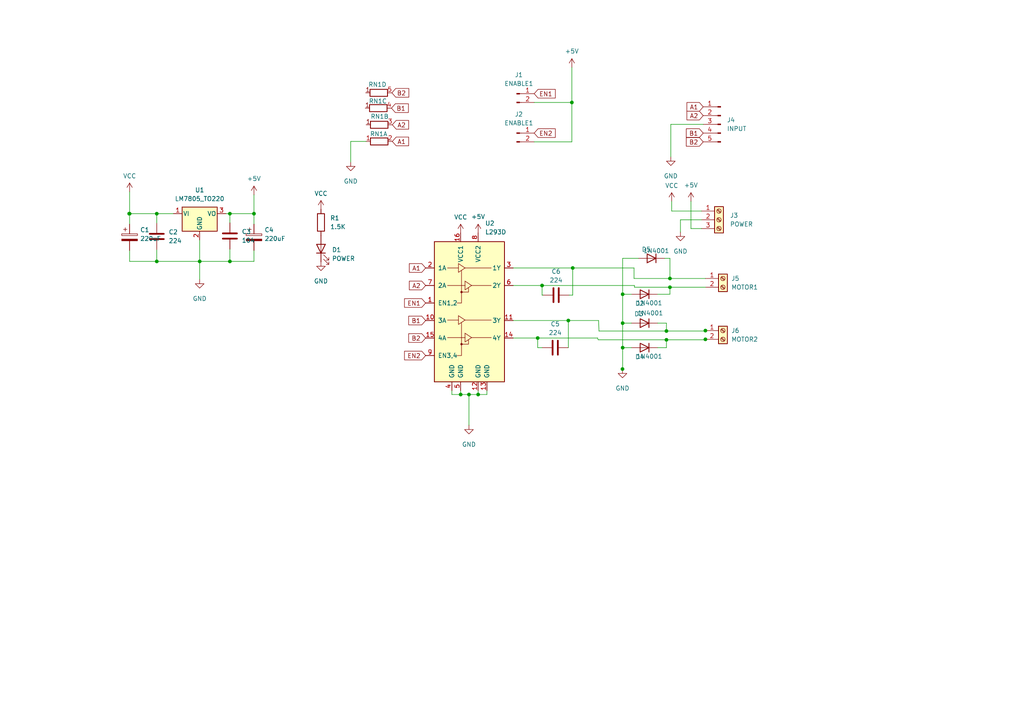
<source format=kicad_sch>
(kicad_sch (version 20211123) (generator eeschema)
  (paper "A4")
  (title_block (title "test") (date "2022-10-03") (rev "1.0"))
  (lib_symbols
    (symbol "Connector:Conn_01x02_Male" (pin_names (offset 1.016) hide)
      (property "Reference" "J" (at 0 2.54 0))
      (property "Value" "Conn_01x02_Male" (at 0 -5.08 0))
      (symbol "Conn_01x02_Male_1_1"
        (polyline (pts (xy 1.27 -2.54) (xy 0.8636 -2.54)) (stroke (width 0.1524)))
        (polyline (pts (xy 1.27 0) (xy 0.8636 0)) (stroke (width 0.1524)))
        (rectangle (start 0.8636 -2.413) (end 0 -2.667) (stroke (width 0.1524)) (fill (type outline)))
        (rectangle (start 0.8636 0.127) (end 0 -0.127) (stroke (width 0.1524)) (fill (type outline)))
        (pin passive line (at 5.08 0 180) (length 3.81) (name "Pin_1") (number "1"))
        (pin passive line (at 5.08 -2.54 180) (length 3.81) (name "Pin_2") (number "2"))
      )
    )
    (symbol "Connector:Conn_01x05_Male" (pin_names (offset 1.016) hide)
      (property "Reference" "J" (at 0 7.62 0))
      (property "Value" "Conn_01x05_Male" (at 0 -7.62 0))
      (symbol "Conn_01x05_Male_1_1"
        (polyline (pts (xy 1.27 -5.08) (xy 0.8636 -5.08)) (stroke (width 0.1524)))
        (polyline (pts (xy 1.27 -2.54) (xy 0.8636 -2.54)) (stroke (width 0.1524)))
        (polyline (pts (xy 1.27 0) (xy 0.8636 0)) (stroke (width 0.1524)))
        (polyline (pts (xy 1.27 2.54) (xy 0.8636 2.54)) (stroke (width 0.1524)))
        (polyline (pts (xy 1.27 5.08) (xy 0.8636 5.08)) (stroke (width 0.1524)))
        (rectangle (start 0.8636 -4.953) (end 0 -5.207) (stroke (width 0.1524)) (fill (type outline)))
        (rectangle (start 0.8636 -2.413) (end 0 -2.667) (stroke (width 0.1524)) (fill (type outline)))
        (rectangle (start 0.8636 0.127) (end 0 -0.127) (stroke (width 0.1524)) (fill (type outline)))
        (rectangle (start 0.8636 2.667) (end 0 2.413) (stroke (width 0.1524)) (fill (type outline)))
        (rectangle (start 0.8636 5.207) (end 0 4.953) (stroke (width 0.1524)) (fill (type outline)))
        (pin passive line (at 5.08 5.08 180) (length 3.81) (name "Pin_1") (number "1"))
        (pin passive line (at 5.08 2.54 180) (length 3.81) (name "Pin_2") (number "2"))
        (pin passive line (at 5.08 0 180) (length 3.81) (name "Pin_3") (number "3"))
        (pin passive line (at 5.08 -2.54 180) (length 3.81) (name "Pin_4") (number "4"))
        (pin passive line (at 5.08 -5.08 180) (length 3.81) (name "Pin_5") (number "5"))
      )
    )
    (symbol "Connector:Screw_Terminal_01x02" (pin_names (offset 1.016) hide)
      (property "Reference" "J" (at 0 2.54 0))
      (property "Value" "Screw_Terminal_01x02" (at 0 -5.08 0))
      (symbol "Screw_Terminal_01x02_1_1"
        (rectangle (start -1.27 1.27) (end 1.27 -3.81) (stroke (width 0.254)) (fill (type background)))
        (circle (center 0 -2.54) (radius 0.635) (stroke (width 0.1524)))
        (polyline (pts (xy -0.5334 -2.2098) (xy 0.3302 -3.048)) (stroke (width 0.1524)))
        (polyline (pts (xy -0.5334 0.3302) (xy 0.3302 -0.508)) (stroke (width 0.1524)))
        (polyline (pts (xy -0.3556 -2.032) (xy 0.508 -2.8702)) (stroke (width 0.1524)))
        (polyline (pts (xy -0.3556 0.508) (xy 0.508 -0.3302)) (stroke (width 0.1524)))
        (circle (center 0 0) (radius 0.635) (stroke (width 0.1524)))
        (pin passive line (at -5.08 0 0) (length 3.81) (name "Pin_1") (number "1"))
        (pin passive line (at -5.08 -2.54 0) (length 3.81) (name "Pin_2") (number "2"))
      )
    )
    (symbol "Connector:Screw_Terminal_01x03" (pin_names (offset 1.016) hide)
      (property "Reference" "J" (at 0 5.08 0))
      (property "Value" "Screw_Terminal_01x03" (at 0 -5.08 0))
      (symbol "Screw_Terminal_01x03_1_1"
        (rectangle (start -1.27 3.81) (end 1.27 -3.81) (stroke (width 0.254)) (fill (type background)))
        (circle (center 0 -2.54) (radius 0.635) (stroke (width 0.1524)))
        (polyline (pts (xy -0.5334 -2.2098) (xy 0.3302 -3.048)) (stroke (width 0.1524)))
        (polyline (pts (xy -0.5334 0.3302) (xy 0.3302 -0.508)) (stroke (width 0.1524)))
        (polyline (pts (xy -0.5334 2.8702) (xy 0.3302 2.032)) (stroke (width 0.1524)))
        (polyline (pts (xy -0.3556 -2.032) (xy 0.508 -2.8702)) (stroke (width 0.1524)))
        (polyline (pts (xy -0.3556 0.508) (xy 0.508 -0.3302)) (stroke (width 0.1524)))
        (polyline (pts (xy -0.3556 3.048) (xy 0.508 2.2098)) (stroke (width 0.1524)))
        (circle (center 0 0) (radius 0.635) (stroke (width 0.1524)))
        (circle (center 0 2.54) (radius 0.635) (stroke (width 0.1524)))
        (pin passive line (at -5.08 2.54 0) (length 3.81) (name "Pin_1") (number "1"))
        (pin passive line (at -5.08 0 0) (length 3.81) (name "Pin_2") (number "2"))
        (pin passive line (at -5.08 -2.54 0) (length 3.81) (name "Pin_3") (number "3"))
      )
    )
    (symbol "Device:C" (pin_numbers hide) (pin_names (offset 0.254))
      (property "Reference" "C" (at 0.635 2.54 0))
      (property "Value" "C" (at 0.635 -2.54 0))
      (symbol "C_0_1"
        (polyline (pts (xy -2.032 -0.762) (xy 2.032 -0.762)) (stroke (width 0.508)))
        (polyline (pts (xy -2.032 0.762) (xy 2.032 0.762)) (stroke (width 0.508)))
      )
      (symbol "C_1_1"
        (pin passive line (at 0 3.81 270) (length 2.794) (name "~") (number "1"))
        (pin passive line (at 0 -3.81 90) (length 2.794) (name "~") (number "2"))
      )
    )
    (symbol "Device:C_Polarized" (pin_numbers hide) (pin_names (offset 0.254))
      (property "Reference" "C" (at 0.635 2.54 0))
      (property "Value" "C_Polarized" (at 0.635 -2.54 0))
      (symbol "C_Polarized_0_1"
        (rectangle (start -2.286 0.508) (end 2.286 1.016))
        (polyline (pts (xy -1.778 2.286) (xy -0.762 2.286)))
        (polyline (pts (xy -1.27 2.794) (xy -1.27 1.778)))
        (rectangle (start 2.286 -0.508) (end -2.286 -1.016) (fill (type outline)))
      )
      (symbol "C_Polarized_1_1"
        (pin passive line (at 0 3.81 270) (length 2.794) (name "~") (number "1"))
        (pin passive line (at 0 -3.81 90) (length 2.794) (name "~") (number "2"))
      )
    )
    (symbol "Device:D" (pin_numbers hide) (pin_names (offset 1.016) hide)
      (property "Reference" "D" (at 0 2.54 0))
      (property "Value" "D" (at 0 -2.54 0))
      (symbol "D_0_1"
        (polyline (pts (xy -1.27 1.27) (xy -1.27 -1.27)) (stroke (width 0.254)))
        (polyline (pts (xy 1.27 0) (xy -1.27 0)))
        (polyline (pts (xy 1.27 1.27) (xy 1.27 -1.27) (xy -1.27 0) (xy 1.27 1.27)) (stroke (width 0.254)))
      )
      (symbol "D_1_1"
        (pin passive line (at -3.81 0 0) (length 2.54) (name "K") (number "1"))
        (pin passive line (at 3.81 0 180) (length 2.54) (name "A") (number "2"))
      )
    )
    (symbol "Device:LED" (pin_numbers hide) (pin_names (offset 1.016) hide)
      (property "Reference" "D" (at 0 2.54 0))
      (property "Value" "LED" (at 0 -2.54 0))
      (symbol "LED_0_1"
        (polyline (pts (xy -1.27 -1.27) (xy -1.27 1.27)) (stroke (width 0.254)))
        (polyline (pts (xy -1.27 0) (xy 1.27 0)))
        (polyline (pts (xy 1.27 -1.27) (xy 1.27 1.27) (xy -1.27 0) (xy 1.27 -1.27)) (stroke (width 0.254)))
        (polyline (pts (xy -3.048 -0.762) (xy -4.572 -2.286) (xy -3.81 -2.286) (xy -4.572 -2.286) (xy -4.572 -1.524)))
        (polyline (pts (xy -1.778 -0.762) (xy -3.302 -2.286) (xy -2.54 -2.286) (xy -3.302 -2.286) (xy -3.302 -1.524)))
      )
      (symbol "LED_1_1"
        (pin passive line (at -3.81 0 0) (length 2.54) (name "K") (number "1"))
        (pin passive line (at 3.81 0 180) (length 2.54) (name "A") (number "2"))
      )
    )
    (symbol "Device:R" (pin_numbers hide) (pin_names (offset 0))
      (property "Reference" "R" (at 2.032 0 90))
      (property "Value" "R" (at 0 0 90))
      (symbol "R_0_1"
        (rectangle (start -1.016 -2.54) (end 1.016 2.54) (stroke (width 0.254)))
      )
      (symbol "R_1_1"
        (pin passive line (at 0 3.81 270) (length 1.27) (name "~") (number "1"))
        (pin passive line (at 0 -3.81 90) (length 1.27) (name "~") (number "2"))
      )
    )
    (symbol "Device:R_Network04_Split" (pin_names (offset 0) hide)
      (property "Reference" "RN" (at 2.032 0 90))
      (property "Value" "R_Network04_Split" (at 0 0 90))
      (symbol "R_Network04_Split_0_1"
        (rectangle (start 1.016 2.54) (end -1.016 -2.54) (stroke (width 0.254)))
      )
      (symbol "R_Network04_Split_1_1"
        (pin passive line (at 0 3.81 270) (length 1.27) (name "R1.1") (number "1"))
        (pin passive line (at 0 -3.81 90) (length 1.27) (name "R1.2") (number "2"))
      )
      (symbol "R_Network04_Split_2_1"
        (polyline (pts (xy 0 2.54) (xy 0 3.81)))
        (text "1" (at 0.889 3.175 900) (effects (font (size 1.27 1.27))))
        (pin passive line (at 0 -3.81 90) (length 1.27) (name "R2.2") (number "3"))
      )
      (symbol "R_Network04_Split_3_1"
        (polyline (pts (xy 0 2.54) (xy 0 3.81)))
        (text "1" (at 0.889 3.175 900) (effects (font (size 1.27 1.27))))
        (pin passive line (at 0 -3.81 90) (length 1.27) (name "R3.2") (number "4"))
      )
      (symbol "R_Network04_Split_4_1"
        (polyline (pts (xy 0 2.54) (xy 0 3.81)))
        (text "1" (at 0.889 3.175 900) (effects (font (size 1.27 1.27))))
        (pin passive line (at 0 -3.81 90) (length 1.27) (name "R4.2") (number "5"))
      )
    )
    (symbol "Driver_Motor:L293D" (pin_names (offset 1.016))
      (property "Reference" "U" (at -5.08 26.035 0))
      (property "Value" "L293D" (at -5.08 24.13 0))
      (symbol "L293D_0_1"
        (rectangle (start -10.16 22.86) (end 10.16 -17.78) (stroke (width 0.254)) (fill (type background)))
        (circle (center -2.286 -6.858) (radius 0.254) (fill (type outline)))
        (circle (center -2.286 8.255) (radius 0.254) (fill (type outline)))
        (polyline (pts (xy -6.35 -4.953) (xy -1.27 -4.953)))
        (polyline (pts (xy -6.35 0.127) (xy -3.175 0.127)))
        (polyline (pts (xy -6.35 10.16) (xy -1.27 10.16)))
        (polyline (pts (xy -6.35 15.24) (xy -3.175 15.24)))
        (polyline (pts (xy -1.27 0.127) (xy 6.35 0.127)))
        (polyline (pts (xy -1.27 15.24) (xy 6.35 15.24)))
        (polyline (pts (xy 0.635 -4.953) (xy 6.35 -4.953)))
        (polyline (pts (xy 0.635 10.16) (xy 6.35 10.16)))
        (polyline (pts (xy -2.286 -6.858) (xy -0.254 -6.858) (xy -0.254 -5.588)))
        (polyline (pts (xy -2.286 -0.635) (xy -2.286 -10.16) (xy -3.556 -10.16)))
        (polyline (pts (xy -2.286 8.255) (xy -0.254 8.255) (xy -0.254 9.525)))
        (polyline (pts (xy -2.286 14.478) (xy -2.286 5.08) (xy -3.556 5.08)))
        (polyline (pts (xy -3.175 1.397) (xy -3.175 -1.143) (xy -1.27 0.127) (xy -3.175 1.397)))
        (polyline (pts (xy -3.175 16.51) (xy -3.175 13.97) (xy -1.27 15.24) (xy -3.175 16.51)))
        (polyline (pts (xy -1.27 -3.683) (xy -1.27 -6.223) (xy 0.635 -4.953) (xy -1.27 -3.683)))
        (polyline (pts (xy -1.27 11.43) (xy -1.27 8.89) (xy 0.635 10.16) (xy -1.27 11.43)))
      )
      (symbol "L293D_1_1"
        (pin input line (at -12.7 5.08 0) (length 2.54) (name "EN1,2") (number "1"))
        (pin input line (at -12.7 0 0) (length 2.54) (name "3A") (number "10"))
        (pin output line (at 12.7 0 180) (length 2.54) (name "3Y") (number "11"))
        (pin power_in line (at 2.54 -20.32 90) (length 2.54) (name "GND") (number "12"))
        (pin power_in line (at 5.08 -20.32 90) (length 2.54) (name "GND") (number "13"))
        (pin output line (at 12.7 -5.08 180) (length 2.54) (name "4Y") (number "14"))
        (pin input line (at -12.7 -5.08 0) (length 2.54) (name "4A") (number "15"))
        (pin power_in line (at -2.54 25.4 270) (length 2.54) (name "VCC1") (number "16"))
        (pin input line (at -12.7 15.24 0) (length 2.54) (name "1A") (number "2"))
        (pin output line (at 12.7 15.24 180) (length 2.54) (name "1Y") (number "3"))
        (pin power_in line (at -5.08 -20.32 90) (length 2.54) (name "GND") (number "4"))
        (pin power_in line (at -2.54 -20.32 90) (length 2.54) (name "GND") (number "5"))
        (pin output line (at 12.7 10.16 180) (length 2.54) (name "2Y") (number "6"))
        (pin input line (at -12.7 10.16 0) (length 2.54) (name "2A") (number "7"))
        (pin power_in line (at 2.54 25.4 270) (length 2.54) (name "VCC2") (number "8"))
        (pin input line (at -12.7 -10.16 0) (length 2.54) (name "EN3,4") (number "9"))
      )
    )
    (symbol "Regulator_Linear:LM7805_TO220" (pin_names (offset 0.254))
      (property "Reference" "U" (at -3.81 3.175 0))
      (property "Value" "LM7805_TO220" (at 0 3.175 0))
      (symbol "LM7805_TO220_0_1"
        (rectangle (start -5.08 1.905) (end 5.08 -5.08) (stroke (width 0.254)) (fill (type background)))
      )
      (symbol "LM7805_TO220_1_1"
        (pin power_in line (at -7.62 0 0) (length 2.54) (name "VI") (number "1"))
        (pin power_in line (at 0 -7.62 90) (length 2.54) (name "GND") (number "2"))
        (pin power_out line (at 7.62 0 180) (length 2.54) (name "VO") (number "3"))
      )
    )
    (symbol "power:+5V" (power) (pin_names (offset 0))
      (property "Value" "+5V" (at 0 3.556 0))
      (symbol "+5V_0_1"
        (polyline (pts (xy -0.762 1.27) (xy 0 2.54)))
        (polyline (pts (xy 0 0) (xy 0 2.54)))
        (polyline (pts (xy 0 2.54) (xy 0.762 1.27)))
      )
      (symbol "+5V_1_1"
        (pin power_in line (at 0 0 90) (length 0) hide (name "+5V") (number "1"))
      )
    )
    (symbol "power:GND" (power) (pin_names (offset 0))
      (property "Value" "GND" (at 0 -3.81 0))
      (symbol "GND_0_1"
        (polyline (pts (xy 0 0) (xy 0 -1.27) (xy 1.27 -1.27) (xy 0 -2.54) (xy -1.27 -1.27) (xy 0 -1.27)))
      )
      (symbol "GND_1_1"
        (pin power_in line (at 0 0 270) (length 0) hide (name "GND") (number "1"))
      )
    )
    (symbol "power:VCC" (power) (pin_names (offset 0))
      (property "Value" "VCC" (at 0 3.81 0))
      (symbol "VCC_0_1"
        (polyline (pts (xy -0.762 1.27) (xy 0 2.54)))
        (polyline (pts (xy 0 0) (xy 0 2.54)))
        (polyline (pts (xy 0 2.54) (xy 0.762 1.27)))
      )
      (symbol "VCC_1_1"
        (pin power_in line (at 0 0 90) (length 0) hide (name "VCC") (number "1"))
      )
    )
  )
  (junction (at 180.594 85.344))
  (junction (at 204.597 95.885))
  (junction (at 45.466 75.819))
  (junction (at 165.862 29.718))
  (junction (at 193.294 98.552))
  (junction (at 193.294 96.012))
  (junction (at 155.956 98.044))
  (junction (at 180.5432 107.0356))
  (junction (at 66.675 61.976))
  (junction (at 45.466 61.976))
  (junction (at 136.017 114.427))
  (junction (at 194.31 83.312))
  (junction (at 37.592 61.976))
  (junction (at 180.594 100.838))
  (junction (at 204.597 98.425))
  (junction (at 180.594 93.726))
  (junction (at 166.116 77.724))
  (junction (at 66.675 75.819))
  (junction (at 194.31 80.772))
  (junction (at 133.604 114.427))
  (junction (at 37.465 61.976))
  (junction (at 138.684 114.427))
  (junction (at 164.846 92.964))
  (junction (at 73.66 61.976))
  (junction (at 157.226 82.804))
  (junction (at 57.912 75.819))
  (wire (pts (xy 45.466 61.976) (xy 37.592 61.976)))
  (wire (pts (xy 165.1 85.598) (xy 166.116 85.598)))
  (wire (pts (xy 57.912 75.819) (xy 66.675 75.819)))
  (wire (pts (xy 50.292 61.976) (xy 45.466 61.976)))
  (wire (pts (xy 180.594 85.344) (xy 180.594 93.726)))
  (wire (pts (xy 66.675 61.976) (xy 73.66 61.976)))
  (wire (pts (xy 164.846 92.964) (xy 164.846 100.838)))
  (wire (pts (xy 136.017 114.427) (xy 138.684 114.427)))
  (wire (pts (xy 131.064 113.284) (xy 131.064 114.427)))
  (wire (pts (xy 180.594 74.93) (xy 180.594 85.344)))
  (wire (pts (xy 165.862 19.558) (xy 165.862 29.718)))
  (wire (pts (xy 200.406 66.294) (xy 203.454 66.294)))
  (wire (pts (xy 37.592 61.976) (xy 37.592 65.024)))
  (wire (pts (xy 101.727 41.021) (xy 106.172 41.021)))
  (wire (pts (xy 184.023 83.312) (xy 194.31 83.312)))
  (wire (pts (xy 204.597 80.772) (xy 194.31 80.772)))
  (wire (pts (xy 192.786 74.93) (xy 194.31 74.93)))
  (wire (pts (xy 194.564 45.466) (xy 194.564 36.068)))
  (wire (pts (xy 57.912 75.819) (xy 57.912 81.026)))
  (wire (pts (xy 183.896 77.724) (xy 166.116 77.724)))
  (wire (pts (xy 164.846 92.964) (xy 148.844 92.964)))
  (wire (pts (xy 193.294 96.012) (xy 173.736 96.012)))
  (wire (pts (xy 73.66 56.515) (xy 73.66 61.976)))
  (wire (pts (xy 136.017 114.427) (xy 136.017 123.317)))
  (wire (pts (xy 190.754 100.838) (xy 193.294 100.838)))
  (wire (pts (xy 66.675 72.263) (xy 66.675 75.819)))
  (wire (pts (xy 66.675 61.976) (xy 66.675 64.643)))
  (wire (pts (xy 204.724 96.012) (xy 193.294 96.012)))
  (wire (pts (xy 173.482 98.552) (xy 193.294 98.552)))
  (wire (pts (xy 193.294 98.552) (xy 204.724 98.552)))
  (wire (pts (xy 180.594 100.838) (xy 180.594 107.0864)))
  (wire (pts (xy 165.862 29.718) (xy 165.862 41.148)))
  (wire (pts (xy 194.31 80.772) (xy 183.896 80.772)))
  (wire (pts (xy 157.226 85.598) (xy 157.226 82.804)))
  (wire (pts (xy 194.31 85.344) (xy 194.31 83.312)))
  (wire (pts (xy 37.592 75.819) (xy 45.466 75.819)))
  (wire (pts (xy 141.224 113.284) (xy 141.224 114.427)))
  (wire (pts (xy 138.684 114.427) (xy 141.224 114.427)))
  (wire (pts (xy 66.675 75.819) (xy 73.66 75.819)))
  (wire (pts (xy 185.166 74.93) (xy 180.594 74.93)))
  (wire (pts (xy 37.592 55.626) (xy 37.592 61.976)))
  (wire (pts (xy 155.956 100.838) (xy 155.956 98.044)))
  (wire (pts (xy 204.724 96.012) (xy 204.597 95.885)))
  (wire (pts (xy 194.31 83.312) (xy 204.597 83.312)))
  (wire (pts (xy 148.844 98.044) (xy 155.956 98.044)))
  (wire (pts (xy 180.594 100.838) (xy 183.134 100.838)))
  (wire (pts (xy 133.604 114.427) (xy 136.017 114.427)))
  (wire (pts (xy 45.466 72.39) (xy 45.466 75.819)))
  (wire (pts (xy 101.727 46.99) (xy 101.727 41.021)))
  (wire (pts (xy 194.818 58.42) (xy 194.818 61.214)))
  (wire (pts (xy 37.592 72.644) (xy 37.592 75.819)))
  (wire (pts (xy 184.023 82.804) (xy 184.023 83.312)))
  (wire (pts (xy 173.736 96.012) (xy 173.609 92.964)))
  (wire (pts (xy 65.532 61.976) (xy 66.675 61.976)))
  (wire (pts (xy 190.754 93.726) (xy 193.294 93.726)))
  (wire (pts (xy 193.294 100.838) (xy 193.294 98.552)))
  (wire (pts (xy 157.226 100.838) (xy 155.956 100.838)))
  (wire (pts (xy 45.466 61.976) (xy 45.466 64.77)))
  (wire (pts (xy 194.818 61.214) (xy 203.454 61.214)))
  (wire (pts (xy 200.406 58.42) (xy 200.406 66.294)))
  (wire (pts (xy 197.358 63.754) (xy 203.454 63.754)))
  (wire (pts (xy 193.294 93.726) (xy 193.294 96.012)))
  (wire (pts (xy 180.594 93.726) (xy 183.134 93.726)))
  (wire (pts (xy 194.31 74.93) (xy 194.31 80.772)))
  (wire (pts (xy 131.064 114.427) (xy 133.604 114.427)))
  (wire (pts (xy 148.844 82.804) (xy 157.226 82.804)))
  (wire (pts (xy 204.724 98.552) (xy 204.597 98.425)))
  (wire (pts (xy 157.226 82.804) (xy 184.023 82.804)))
  (wire (pts (xy 194.564 36.068) (xy 203.962 36.068)))
  (wire (pts (xy 180.594 85.344) (xy 183.134 85.344)))
  (wire (pts (xy 180.594 107.0864) (xy 180.5432 107.0356)))
  (wire (pts (xy 166.116 77.724) (xy 148.844 77.724)))
  (wire (pts (xy 165.862 29.718) (xy 154.94 29.718)))
  (wire (pts (xy 180.594 93.726) (xy 180.594 100.838)))
  (wire (pts (xy 183.896 80.772) (xy 183.896 77.724)))
  (wire (pts (xy 45.466 75.819) (xy 57.912 75.819)))
  (wire (pts (xy 165.862 41.148) (xy 154.94 41.148)))
  (wire (pts (xy 73.66 61.976) (xy 73.66 65.024)))
  (wire (pts (xy 166.116 85.598) (xy 166.116 77.724)))
  (wire (pts (xy 157.48 85.598) (xy 157.226 85.598)))
  (wire (pts (xy 37.592 61.976) (xy 37.465 61.976)))
  (wire (pts (xy 155.956 98.044) (xy 173.355 98.044)))
  (wire (pts (xy 173.355 98.044) (xy 173.482 98.552)))
  (wire (pts (xy 73.66 75.819) (xy 73.66 72.644)))
  (wire (pts (xy 197.358 67.31) (xy 197.358 63.754)))
  (wire (pts (xy 190.754 85.344) (xy 194.31 85.344)))
  (wire (pts (xy 173.609 92.964) (xy 164.846 92.964)))
  (wire (pts (xy 138.684 113.284) (xy 138.684 114.427)))
  (wire (pts (xy 57.912 69.596) (xy 57.912 75.819)))
  (wire (pts (xy 133.604 113.284) (xy 133.604 114.427)))
  (global_label "EN2" (shape input) (at 154.94 38.608 0) (property "Intersheet References" "${INTERSHEET_REFS}" (effects hide)))
  (global_label "B2" (shape input) (at 113.665 26.924 0) (property "Intersheet References" "${INTERSHEET_REFS}" (effects hide)))
  (global_label "B1" (shape input) (at 123.444 92.964 180) (property "Intersheet References" "${INTERSHEET_REFS}" (effects hide)))
  (global_label "A1" (shape input) (at 113.792 41.021 0) (property "Intersheet References" "${INTERSHEET_REFS}" (effects hide)))
  (global_label "EN1" (shape input) (at 123.444 87.884 180) (property "Intersheet References" "${INTERSHEET_REFS}" (effects hide)))
  (global_label "B2" (shape input) (at 123.444 98.044 180) (property "Intersheet References" "${INTERSHEET_REFS}" (effects hide)))
  (global_label "A1" (shape input) (at 123.444 77.724 180) (property "Intersheet References" "${INTERSHEET_REFS}" (effects hide)))
  (global_label "A2" (shape input) (at 123.444 82.804 180) (property "Intersheet References" "${INTERSHEET_REFS}" (effects hide)))
  (global_label "A1" (shape input) (at 203.962 30.988 180) (property "Intersheet References" "${INTERSHEET_REFS}" (effects hide)))
  (global_label "B1" (shape input) (at 203.962 38.608 180) (property "Intersheet References" "${INTERSHEET_REFS}" (effects hide)))
  (global_label "B2" (shape input) (at 203.962 41.148 180) (property "Intersheet References" "${INTERSHEET_REFS}" (effects hide)))
  (global_label "EN2" (shape input) (at 123.444 103.124 180) (property "Intersheet References" "${INTERSHEET_REFS}" (effects hide)))
  (global_label "B1" (shape input) (at 113.538 31.369 0) (property "Intersheet References" "${INTERSHEET_REFS}" (effects hide)))
  (global_label "A2" (shape input) (at 203.962 33.528 180) (property "Intersheet References" "${INTERSHEET_REFS}" (effects hide)))
  (global_label "EN1" (shape input) (at 154.94 27.178 0) (property "Intersheet References" "${INTERSHEET_REFS}" (effects hide)))
  (global_label "A2" (shape input) (at 113.792 36.195 0) (property "Intersheet References" "${INTERSHEET_REFS}" (effects hide)))
  (symbol (lib_id "Device:D") (at 188.976 74.93 180) (unit 1)
    (property "Reference" "D5" (at 187.452 72.3392 0))
    (property "Value" "1N4001" (at 190.3476 72.7456 0))
    (property "Footprint" "Diode_THT:D_DO-41_SOD81_P10.16mm_Horizontal" (effects hide))
  )
  (symbol (lib_id "power:GND") (at 180.5432 107.0356 0) (unit 1)
    (property "Reference" "#PWR011" (effects hide))
    (property "Value" "GND" (at 180.5432 112.6236 0))
  )
  (symbol (lib_id "power:VCC") (at 37.592 55.626 0) (unit 1)
    (property "Reference" "#PWR01" (effects hide))
    (property "Value" "VCC" (at 37.592 51.054 0))
  )
  (symbol (lib_id "Device:C_Polarized") (at 37.592 68.834 0) (unit 1)
    (property "Reference" "C1" (at 40.64 66.6749 0) (effects (justify left)))
    (property "Value" "220uF" (at 40.64 69.2149 0) (effects (justify left)))
    (property "Footprint" "Capacitor_THT:CP_Radial_D10.0mm_P5.00mm" (effects hide))
  )
  (symbol (lib_id "Device:C") (at 161.036 100.838 90) (unit 1)
    (property "Reference" "C5" (at 161.036 93.98 90))
    (property "Value" "224" (at 161.036 96.52 90))
    (property "Footprint" "Capacitor_THT:C_Disc_D9.0mm_W2.5mm_P5.00mm" (effects hide))
  )
  (symbol (lib_id "Connector:Conn_01x02_Male") (at 149.86 27.178 0) (unit 1)
    (property "Reference" "J1" (at 150.495 21.717 0))
    (property "Value" "ENABLE1" (at 150.495 24.257 0))
    (property "Footprint" "Connector_PinHeader_2.54mm:PinHeader_1x02_P2.54mm_Vertical" (effects hide))
  )
  (symbol (lib_id "power:GND") (at 93.091 75.946 0) (unit 1)
    (property "Reference" "#PWR05" (effects hide))
    (property "Value" "GND" (at 93.091 81.534 0))
  )
  (symbol (lib_id "power:GND") (at 197.358 67.31 0) (unit 1)
    (property "Reference" "#PWR014" (effects hide))
    (property "Value" "GND" (at 197.358 72.898 0))
  )
  (symbol (lib_id "Device:C") (at 45.466 68.58 0) (unit 1)
    (property "Reference" "C2" (at 48.895 67.3099 0) (effects (justify left)))
    (property "Value" "224" (at 48.895 69.8499 0) (effects (justify left)))
    (property "Footprint" "Capacitor_THT:C_Disc_D9.0mm_W2.5mm_P5.00mm" (effects hide))
  )
  (symbol (lib_id "Connector:Screw_Terminal_01x02") (at 209.677 80.772 0) (unit 1)
    (property "Reference" "J5" (at 212.09 80.7719 0) (effects (justify left)))
    (property "Value" "MOTOR1" (at 212.09 83.3119 0) (effects (justify left)))
    (property "Footprint" "TerminalBlock_Phoenix:TerminalBlock_Phoenix_MKDS-1,5-2-5.08_1x02_P5.08mm_Horizontal" (effects hide))
  )
  (symbol (lib_id "power:VCC") (at 93.091 60.706 0) (unit 1)
    (property "Reference" "#PWR04" (effects hide))
    (property "Value" "VCC" (at 93.091 56.134 0))
  )
  (symbol (lib_id "Device:R_Network04_Split") (at 109.982 41.021 90) (unit 1)
    (property "Reference" "RN1" (at 109.855 38.862 90))
    (property "Value" "A103J" (effects hide))
    (property "Footprint" "Resistor_THT:R_Array_SIP5" (effects hide))
    (property "Datasheet" "http://www.vishay.com/docs/31509/csc.pdf" (effects hide))
  )
  (symbol (lib_id "Regulator_Linear:LM7805_TO220") (at 57.912 61.976 0) (unit 1)
    (property "Reference" "U1" (at 57.912 55.118 0))
    (property "Value" "LM7805_TO220" (at 57.912 57.658 0))
    (property "Footprint" "Package_TO_SOT_THT:TO-220-3_Vertical" (effects hide))
    (property "Datasheet" "https://www.onsemi.cn/PowerSolutions/document/MC7800-D.PDF" (effects hide))
  )
  (symbol (lib_id "Device:R_Network04_Split") (at 109.855 26.924 90) (unit 4)
    (property "Reference" "RN1" (at 109.474 24.511 90))
    (property "Value" "A103J" (effects hide))
    (property "Footprint" "Resistor_THT:R_Array_SIP5" (effects hide))
    (property "Datasheet" "http://www.vishay.com/docs/31509/csc.pdf" (effects hide))
  )
  (symbol (lib_id "Device:C") (at 161.29 85.598 270) (unit 1)
    (property "Reference" "C6" (at 161.29 78.74 90))
    (property "Value" "224" (at 161.29 81.28 90))
    (property "Footprint" "Capacitor_THT:C_Disc_D9.0mm_W2.5mm_P5.00mm" (effects hide))
  )
  (symbol (lib_id "power:GND") (at 101.727 46.99 0) (unit 1)
    (property "Reference" "#PWR06" (effects hide))
    (property "Value" "GND" (at 101.727 52.578 0))
  )
  (symbol (lib_id "Device:D") (at 186.944 93.726 180) (unit 1)
    (property "Reference" "D3" (at 185.293 91.059 0))
    (property "Value" "1N4001" (at 188.595 90.805 0))
    (property "Footprint" "Diode_THT:D_DO-41_SOD81_P10.16mm_Horizontal" (effects hide))
  )
  (symbol (lib_id "power:+5V") (at 200.406 58.42 0) (unit 1)
    (property "Reference" "#PWR015" (effects hide))
    (property "Value" "+5V" (at 200.406 53.721 0))
  )
  (symbol (lib_id "power:GND") (at 194.564 45.466 0) (unit 1)
    (property "Reference" "#PWR012" (effects hide))
    (property "Value" "GND" (at 194.564 51.054 0))
  )
  (symbol (lib_id "Device:R_Network04_Split") (at 109.982 36.195 90) (unit 2)
    (property "Reference" "RN1" (at 110.109 33.782 90))
    (property "Value" "A103J" (effects hide))
    (property "Footprint" "Resistor_THT:R_Array_SIP5" (effects hide))
    (property "Datasheet" "http://www.vishay.com/docs/31509/csc.pdf" (effects hide))
  )
  (symbol (lib_id "Device:R") (at 93.091 64.516 0) (unit 1)
    (property "Reference" "R1" (at 95.758 63.2459 0) (effects (justify left)))
    (property "Value" "1.5K" (at 95.758 65.7859 0) (effects (justify left)))
    (property "Footprint" "Resistor_THT:R_Axial_DIN0207_L6.3mm_D2.5mm_P10.16mm_Horizontal" (effects hide))
  )
  (symbol (lib_id "Connector:Conn_01x02_Male") (at 149.86 38.608 0) (unit 1)
    (property "Reference" "J2" (at 150.495 33.147 0))
    (property "Value" "ENABLE1" (at 150.495 35.687 0))
    (property "Footprint" "Connector_PinHeader_2.54mm:PinHeader_1x02_P2.54mm_Vertical" (effects hide))
  )
  (symbol (lib_id "Driver_Motor:L293D") (at 136.144 92.964 0) (unit 1)
    (property "Reference" "U2" (at 140.7034 64.77 0) (effects (justify left)))
    (property "Value" "L293D" (at 140.7034 67.31 0) (effects (justify left)))
    (property "Footprint" "Package_DIP:DIP-16_W7.62mm" (effects hide))
    (property "Datasheet" "http://www.ti.com/lit/ds/symlink/l293.pdf" (effects hide))
  )
  (symbol (lib_id "power:GND") (at 57.912 81.026 0) (unit 1)
    (property "Reference" "#PWR02" (effects hide))
    (property "Value" "GND" (at 57.912 86.614 0))
  )
  (symbol (lib_id "Device:D") (at 186.944 85.344 180) (unit 1)
    (property "Reference" "D2" (at 185.547 88.011 0))
    (property "Value" "1N4001" (at 188.341 87.884 0))
    (property "Footprint" "Diode_THT:D_DO-41_SOD81_P10.16mm_Horizontal" (effects hide))
  )
  (symbol (lib_id "Device:LED") (at 93.091 72.136 90) (unit 1)
    (property "Reference" "D1" (at 96.266 72.4534 90) (effects (justify right)))
    (property "Value" "POWER" (at 96.266 74.9934 90) (effects (justify right)))
    (property "Footprint" "LED_THT:LED_D3.0mm" (effects hide))
  )
  (symbol (lib_id "Connector:Screw_Terminal_01x02") (at 209.677 95.885 0) (unit 1)
    (property "Reference" "J6" (at 212.09 95.8849 0) (effects (justify left)))
    (property "Value" "MOTOR2" (at 212.09 98.4249 0) (effects (justify left)))
    (property "Footprint" "TerminalBlock_Phoenix:TerminalBlock_Phoenix_MKDS-1,5-2-5.08_1x02_P5.08mm_Horizontal" (effects hide))
  )
  (symbol (lib_id "Device:D") (at 186.944 100.838 180) (unit 1)
    (property "Reference" "D4" (at 185.547 103.505 0))
    (property "Value" "1N4001" (at 188.341 103.378 0))
    (property "Footprint" "Diode_THT:D_DO-41_SOD81_P10.16mm_Horizontal" (effects hide))
  )
  (symbol (lib_id "power:+5V") (at 73.66 56.515 0) (unit 1)
    (property "Reference" "#PWR03" (effects hide))
    (property "Value" "+5V" (at 73.66 51.816 0))
  )
  (symbol (lib_id "power:VCC") (at 133.604 67.564 0) (unit 1)
    (property "Reference" "#PWR07" (effects hide))
    (property "Value" "VCC" (at 133.604 62.992 0))
  )
  (symbol (lib_id "power:+5V") (at 138.684 67.564 0) (unit 1)
    (property "Reference" "#PWR09" (effects hide))
    (property "Value" "+5V" (at 138.684 62.865 0))
  )
  (symbol (lib_id "Connector:Conn_01x05_Male") (at 209.042 36.068 0) (mirror y) (unit 1)
    (property "Reference" "J4" (at 210.82 34.7979 0) (effects (justify right)))
    (property "Value" "INPUT" (at 210.82 37.3379 0) (effects (justify right)))
    (property "Footprint" "Connector_PinHeader_2.54mm:PinHeader_1x05_P2.54mm_Vertical" (effects hide))
  )
  (symbol (lib_id "power:GND") (at 136.017 123.317 0) (unit 1)
    (property "Reference" "#PWR08" (effects hide))
    (property "Value" "GND" (at 136.017 128.905 0))
  )
  (symbol (lib_id "Connector:Screw_Terminal_01x03") (at 208.534 63.754 0) (unit 1)
    (property "Reference" "J3" (at 211.709 62.4839 0) (effects (justify left)))
    (property "Value" "POWER" (at 211.709 65.0239 0) (effects (justify left)))
    (property "Footprint" "TerminalBlock_Phoenix:TerminalBlock_Phoenix_MKDS-1,5-3-5.08_1x03_P5.08mm_Horizontal" (effects hide))
  )
  (symbol (lib_id "Device:C_Polarized") (at 73.66 68.834 0) (unit 1)
    (property "Reference" "C4" (at 76.708 66.6749 0) (effects (justify left)))
    (property "Value" "220uF" (at 76.708 69.2149 0) (effects (justify left)))
    (property "Footprint" "Capacitor_THT:CP_Radial_D10.0mm_P5.00mm" (effects hide))
  )
  (symbol (lib_id "Device:R_Network04_Split") (at 109.728 31.369 90) (unit 3)
    (property "Reference" "RN1" (at 109.601 29.337 90))
    (property "Value" "A103J" (effects hide))
    (property "Footprint" "Resistor_THT:R_Array_SIP5" (effects hide))
    (property "Datasheet" "http://www.vishay.com/docs/31509/csc.pdf" (effects hide))
  )
  (symbol (lib_id "power:+5V") (at 165.862 19.558 0) (unit 1)
    (property "Reference" "#PWR010" (effects hide))
    (property "Value" "+5V" (at 165.862 14.859 0))
  )
  (symbol (lib_id "Device:C") (at 66.675 68.453 0) (unit 1)
    (property "Reference" "C3" (at 70.104 67.1829 0) (effects (justify left)))
    (property "Value" "104" (at 70.104 69.7229 0) (effects (justify left)))
    (property "Footprint" "Capacitor_THT:C_Disc_D5.0mm_W2.5mm_P2.50mm" (effects hide))
  )
  (symbol (lib_id "power:VCC") (at 194.818 58.42 0) (unit 1)
    (property "Reference" "#PWR013" (effects hide))
    (property "Value" "VCC" (at 194.818 53.848 0))
  )
)
</source>
